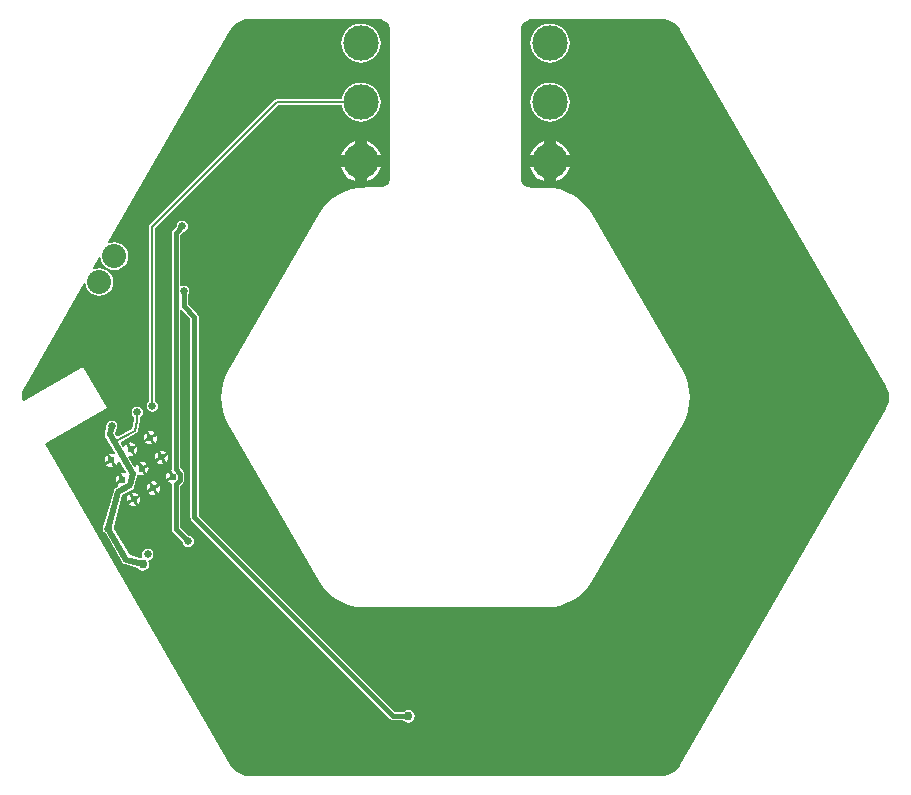
<source format=gbl>
G04*
G04 #@! TF.GenerationSoftware,Altium Limited,CircuitStudio,1.5.2 (30)*
G04*
G04 Layer_Physical_Order=2*
G04 Layer_Color=16737996*
%FSLAX24Y24*%
%MOIN*%
G70*
G01*
G75*
%ADD30C,0.0080*%
%ADD31C,0.0150*%
%ADD33C,0.0200*%
%ADD35C,0.1181*%
%ADD36C,0.0240*%
%ADD37C,0.0803*%
%ADD38C,0.0250*%
%ADD39C,0.0300*%
G36*
X382590Y355914D02*
X382731Y355871D01*
X382861Y355801D01*
X382975Y355708D01*
X383068Y355594D01*
X383091Y355551D01*
X383092Y355551D01*
X389945Y343682D01*
X389944Y343681D01*
X389944Y343681D01*
X389944Y343681D01*
X389991Y343594D01*
X390033Y343454D01*
X390048Y343307D01*
X390033Y343161D01*
X389991Y343020D01*
X389944Y342933D01*
X389944Y342933D01*
X389944Y342933D01*
X389945Y342932D01*
X383092Y331063D01*
X383091Y331063D01*
X383068Y331020D01*
X382975Y330906D01*
X382861Y330813D01*
X382731Y330743D01*
X382590Y330701D01*
X382452Y330687D01*
X382444Y330689D01*
X368737D01*
X368729Y330687D01*
X368591Y330701D01*
X368450Y330743D01*
X368320Y330813D01*
X368206Y330906D01*
X368113Y331020D01*
X368090Y331063D01*
X368089Y331063D01*
X361925Y341741D01*
X361937Y341789D01*
X363970Y342962D01*
X363182Y344326D01*
X361196Y343179D01*
X361143Y343207D01*
X361133Y343307D01*
X361148Y343454D01*
X361190Y343594D01*
X361214Y343639D01*
X361237Y343681D01*
X361237Y343681D01*
X361237D01*
X361237Y343681D01*
X361237Y343681D01*
X361260Y343722D01*
X363215Y347109D01*
X363267Y347099D01*
X363275Y347035D01*
X363322Y346923D01*
X363396Y346826D01*
X363492Y346752D01*
X363605Y346706D01*
X363725Y346690D01*
X363846Y346706D01*
X363958Y346752D01*
X364054Y346826D01*
X364128Y346923D01*
X364175Y347035D01*
X364191Y347155D01*
X364175Y347276D01*
X364128Y347388D01*
X364054Y347485D01*
X363958Y347559D01*
X363846Y347605D01*
X363725Y347621D01*
X363605Y347605D01*
X363545Y347581D01*
X363510Y347620D01*
X363715Y347975D01*
X363767Y347965D01*
X363775Y347901D01*
X363822Y347789D01*
X363896Y347692D01*
X363992Y347618D01*
X364105Y347572D01*
X364225Y347556D01*
X364346Y347572D01*
X364458Y347618D01*
X364554Y347692D01*
X364628Y347789D01*
X364675Y347901D01*
X364691Y348021D01*
X364675Y348142D01*
X364628Y348254D01*
X364554Y348351D01*
X364458Y348425D01*
X364346Y348471D01*
X364225Y348487D01*
X364105Y348471D01*
X364045Y348447D01*
X364010Y348486D01*
X368089Y355551D01*
X368090Y355551D01*
X368113Y355594D01*
X368206Y355708D01*
X368320Y355801D01*
X368450Y355871D01*
X368591Y355914D01*
X368729Y355927D01*
X368737Y355925D01*
X373002D01*
X373010Y355927D01*
X373110Y355914D01*
X373210Y355872D01*
X373296Y355806D01*
X373362Y355720D01*
X373404Y355620D01*
X373416Y355527D01*
X373413Y355512D01*
Y350631D01*
X373416Y350618D01*
X373406Y350547D01*
X373374Y350468D01*
X373322Y350401D01*
X373255Y350349D01*
X373176Y350317D01*
X373140Y350312D01*
X373139Y350312D01*
X373136Y350311D01*
X373090Y350307D01*
X373090D01*
X373042Y350307D01*
X372562D01*
X372541Y350303D01*
X372333Y350290D01*
X372108Y350245D01*
X371891Y350171D01*
X371686Y350070D01*
X371495Y349943D01*
X371323Y349792D01*
X371172Y349619D01*
X371046Y349430D01*
X371045Y349429D01*
X368016Y344183D01*
X368015Y344181D01*
X367915Y343977D01*
X367841Y343760D01*
X367796Y343536D01*
X367781Y343307D01*
X367796Y343078D01*
X367841Y342854D01*
X367915Y342637D01*
X368015Y342433D01*
X368016Y342431D01*
X371045Y337185D01*
X371046Y337184D01*
X371172Y336995D01*
X371323Y336823D01*
X371495Y336671D01*
X371686Y336544D01*
X371891Y336443D01*
X372108Y336369D01*
X372333Y336324D01*
X372560Y336310D01*
X372562Y336309D01*
X378619D01*
X378621Y336310D01*
X378848Y336324D01*
X379073Y336369D01*
X379290Y336443D01*
X379495Y336544D01*
X379686Y336671D01*
X379858Y336823D01*
X380009Y336995D01*
X380135Y337184D01*
X380136Y337185D01*
X383165Y342431D01*
X383166Y342433D01*
X383266Y342637D01*
X383340Y342854D01*
X383385Y343078D01*
X383400Y343307D01*
X383385Y343536D01*
X383340Y343760D01*
X383266Y343977D01*
X383166Y344181D01*
X383165Y344183D01*
X380136Y349429D01*
X380135Y349430D01*
X380009Y349619D01*
X379858Y349792D01*
X379686Y349943D01*
X379495Y350070D01*
X379290Y350171D01*
X379073Y350245D01*
X378848Y350290D01*
X378621Y350305D01*
X378619Y350305D01*
X378101D01*
X378089Y350307D01*
Y350307D01*
X378087Y350306D01*
X378005Y350317D01*
X377926Y350349D01*
X377859Y350401D01*
X377807Y350468D01*
X377775Y350547D01*
X377765Y350618D01*
X377768Y350631D01*
Y355512D01*
X377765Y355527D01*
X377777Y355620D01*
X377819Y355720D01*
X377885Y355806D01*
X377971Y355872D01*
X378071Y355914D01*
X378171Y355927D01*
X378179Y355925D01*
X382444D01*
X382452Y355927D01*
X382590Y355914D01*
D02*
G37*
%LPC*%
G36*
X364099Y341145D02*
X363957Y341063D01*
X363981Y341035D01*
X364059Y340996D01*
X364146Y340991D01*
X364181Y341002D01*
X364099Y341145D01*
D02*
G37*
G36*
X365112Y341161D02*
X365078Y341149D01*
X365160Y341007D01*
X365302Y341089D01*
X365278Y341117D01*
X365200Y341155D01*
X365112Y341161D01*
D02*
G37*
G36*
X366016Y340825D02*
X365988Y340801D01*
X365950Y340722D01*
X365944Y340635D01*
X365956Y340600D01*
X366098Y340682D01*
X366016Y340825D01*
D02*
G37*
G36*
X365352Y341002D02*
X365210Y340920D01*
X365292Y340778D01*
X365320Y340802D01*
X365358Y340881D01*
X365364Y340968D01*
X365352Y341002D01*
D02*
G37*
G36*
X365773Y341245D02*
X365631Y341163D01*
X365655Y341136D01*
X365733Y341097D01*
X365821Y341091D01*
X365855Y341103D01*
X365773Y341245D01*
D02*
G37*
G36*
X365641Y341474D02*
X365613Y341450D01*
X365575Y341372D01*
X365569Y341284D01*
X365581Y341250D01*
X365723Y341332D01*
X365641Y341474D01*
D02*
G37*
G36*
X365762Y341536D02*
X365727Y341524D01*
X365810Y341382D01*
X365952Y341464D01*
X365928Y341492D01*
X365849Y341530D01*
X365762Y341536D01*
D02*
G37*
G36*
X363967Y341374D02*
X363939Y341350D01*
X363901Y341271D01*
X363895Y341184D01*
X363907Y341149D01*
X364049Y341231D01*
X363967Y341374D01*
D02*
G37*
G36*
X366002Y341377D02*
X365860Y341295D01*
X365942Y341153D01*
X365969Y341177D01*
X366008Y341256D01*
X366014Y341343D01*
X366002Y341377D01*
D02*
G37*
G36*
X364342Y340724D02*
X364314Y340700D01*
X364276Y340622D01*
X364270Y340534D01*
X364282Y340500D01*
X364424Y340582D01*
X364342Y340724D01*
D02*
G37*
G36*
X365078Y339978D02*
X364935Y339896D01*
X365018Y339753D01*
X365045Y339778D01*
X365084Y339856D01*
X365090Y339943D01*
X365078Y339978D01*
D02*
G37*
G36*
X364717Y340075D02*
X364689Y340051D01*
X364651Y339972D01*
X364645Y339885D01*
X364657Y339850D01*
X364799Y339932D01*
X364717Y340075D01*
D02*
G37*
G36*
X366491Y349196D02*
X366418Y349181D01*
X366357Y349140D01*
X366316Y349079D01*
X366303Y349015D01*
X366178Y348889D01*
X366148Y348845D01*
X366138Y348792D01*
Y346025D01*
X366138Y346025D01*
Y345790D01*
X366138Y345789D01*
Y340936D01*
X366137Y340886D01*
X366102Y340875D01*
X366210Y340689D01*
X366166Y340664D01*
X366191Y340621D01*
X366006Y340514D01*
X366030Y340486D01*
X366108Y340447D01*
X366111Y340447D01*
X366138Y340413D01*
Y338922D01*
X366148Y338870D01*
X366178Y338825D01*
X366503Y338500D01*
X366516Y338435D01*
X366557Y338374D01*
X366618Y338333D01*
X366691Y338318D01*
X366763Y338333D01*
X366824Y338374D01*
X366865Y338435D01*
X366879Y338507D01*
X366865Y338579D01*
X366824Y338640D01*
X366763Y338681D01*
X366698Y338694D01*
X366413Y338979D01*
Y340356D01*
X366519Y340461D01*
X366548Y340506D01*
X366559Y340558D01*
X366559Y340558D01*
Y340770D01*
X366559Y340770D01*
X366548Y340822D01*
X366519Y340867D01*
X366413Y340973D01*
Y345788D01*
X366413Y345789D01*
Y346025D01*
X366413Y346026D01*
Y346216D01*
X366463Y346237D01*
X366753Y345947D01*
Y339307D01*
X366763Y339254D01*
X366793Y339210D01*
X373423Y332580D01*
X373468Y332550D01*
X373520Y332540D01*
X373855D01*
X373864Y332526D01*
X373934Y332479D01*
X374016Y332463D01*
X374098Y332479D01*
X374167Y332526D01*
X374214Y332595D01*
X374230Y332677D01*
X374214Y332759D01*
X374167Y332829D01*
X374098Y332875D01*
X374016Y332891D01*
X373934Y332875D01*
X373864Y332829D01*
X373855Y332815D01*
X373577D01*
X367028Y339364D01*
Y346004D01*
X367028Y346004D01*
X367018Y346057D01*
X366988Y346101D01*
X366988Y346101D01*
X366673Y346416D01*
Y346723D01*
X366710Y346778D01*
X366724Y346850D01*
X366710Y346923D01*
X366669Y346984D01*
X366608Y347025D01*
X366535Y347039D01*
X366463Y347025D01*
X366457Y347021D01*
X366413Y347044D01*
Y348735D01*
X366498Y348820D01*
X366563Y348833D01*
X366624Y348874D01*
X366665Y348935D01*
X366679Y349007D01*
X366665Y349079D01*
X366624Y349140D01*
X366563Y349181D01*
X366491Y349196D01*
D02*
G37*
G36*
X364849Y339846D02*
X364707Y339764D01*
X364731Y339736D01*
X364809Y339697D01*
X364897Y339692D01*
X364931Y339703D01*
X364849Y339846D01*
D02*
G37*
G36*
X364838Y340136D02*
X364803Y340125D01*
X364885Y339982D01*
X365028Y340065D01*
X365004Y340092D01*
X364925Y340131D01*
X364838Y340136D01*
D02*
G37*
G36*
X365366Y340450D02*
X365339Y340426D01*
X365300Y340347D01*
X365294Y340260D01*
X365306Y340225D01*
X365448Y340307D01*
X365366Y340450D01*
D02*
G37*
G36*
X365487Y340511D02*
X365453Y340500D01*
X365535Y340357D01*
X365677Y340440D01*
X365653Y340467D01*
X365575Y340506D01*
X365487Y340511D01*
D02*
G37*
G36*
X365498Y340221D02*
X365356Y340139D01*
X365380Y340111D01*
X365459Y340072D01*
X365546Y340067D01*
X365581Y340078D01*
X365498Y340221D01*
D02*
G37*
G36*
X365727Y340353D02*
X365585Y340271D01*
X365667Y340128D01*
X365695Y340153D01*
X365733Y340231D01*
X365739Y340318D01*
X365727Y340353D01*
D02*
G37*
G36*
X372638Y351843D02*
Y351378D01*
X373103D01*
X373082Y351447D01*
X373018Y351567D01*
X372932Y351672D01*
X372826Y351758D01*
X372706Y351822D01*
X372638Y351843D01*
D02*
G37*
G36*
X378543Y351843D02*
X378475Y351822D01*
X378355Y351758D01*
X378250Y351672D01*
X378163Y351567D01*
X378099Y351447D01*
X378078Y351378D01*
X378543D01*
Y351843D01*
D02*
G37*
G36*
X373103Y350984D02*
X372638D01*
Y350519D01*
X372706Y350540D01*
X372826Y350604D01*
X372932Y350690D01*
X373018Y350796D01*
X373082Y350916D01*
X373103Y350984D01*
D02*
G37*
G36*
X372244Y351843D02*
X372175Y351822D01*
X372055Y351758D01*
X371950Y351672D01*
X371864Y351567D01*
X371800Y351447D01*
X371779Y351378D01*
X372244D01*
Y351843D01*
D02*
G37*
G36*
X378937Y351843D02*
Y351378D01*
X379402D01*
X379381Y351447D01*
X379317Y351567D01*
X379231Y351672D01*
X379126Y351758D01*
X379006Y351822D01*
X378937Y351843D01*
D02*
G37*
G36*
X372441Y355772D02*
X372313Y355759D01*
X372191Y355722D01*
X372078Y355662D01*
X371979Y355580D01*
X371897Y355481D01*
X371837Y355368D01*
X371800Y355246D01*
X371787Y355118D01*
X371800Y354991D01*
X371837Y354868D01*
X371897Y354755D01*
X371979Y354656D01*
X372078Y354575D01*
X372191Y354514D01*
X372313Y354477D01*
X372441Y354464D01*
X372568Y354477D01*
X372691Y354514D01*
X372804Y354575D01*
X372903Y354656D01*
X372984Y354755D01*
X373045Y354868D01*
X373082Y354991D01*
X373095Y355118D01*
X373082Y355246D01*
X373045Y355368D01*
X372984Y355481D01*
X372903Y355580D01*
X372804Y355662D01*
X372691Y355722D01*
X372568Y355759D01*
X372441Y355772D01*
D02*
G37*
G36*
X378740D02*
X378613Y355759D01*
X378490Y355722D01*
X378377Y355662D01*
X378278Y355580D01*
X378197Y355481D01*
X378136Y355368D01*
X378099Y355246D01*
X378086Y355118D01*
X378099Y354991D01*
X378136Y354868D01*
X378197Y354755D01*
X378278Y354656D01*
X378377Y354575D01*
X378490Y354514D01*
X378613Y354477D01*
X378740Y354464D01*
X378868Y354477D01*
X378990Y354514D01*
X379103Y354575D01*
X379202Y354656D01*
X379284Y354755D01*
X379344Y354868D01*
X379381Y354991D01*
X379394Y355118D01*
X379381Y355246D01*
X379344Y355368D01*
X379284Y355481D01*
X379202Y355580D01*
X379103Y355662D01*
X378990Y355722D01*
X378868Y355759D01*
X378740Y355772D01*
D02*
G37*
G36*
X372441Y353803D02*
X372313Y353791D01*
X372191Y353754D01*
X372078Y353693D01*
X371979Y353612D01*
X371897Y353513D01*
X371837Y353400D01*
X371800Y353277D01*
X371797Y353252D01*
X369633D01*
X369594Y353244D01*
X369561Y353222D01*
X365415Y349076D01*
X365393Y349043D01*
X365386Y349004D01*
Y343171D01*
X365354Y343150D01*
X365313Y343089D01*
X365299Y343017D01*
X365313Y342945D01*
X365354Y342883D01*
X365415Y342842D01*
X365488Y342828D01*
X365560Y342842D01*
X365621Y342883D01*
X365662Y342945D01*
X365676Y343017D01*
X365662Y343089D01*
X365621Y343150D01*
X365590Y343171D01*
Y348962D01*
X369675Y353048D01*
X371797D01*
X371800Y353022D01*
X371837Y352899D01*
X371897Y352786D01*
X371979Y352687D01*
X372078Y352606D01*
X372191Y352546D01*
X372313Y352508D01*
X372441Y352496D01*
X372568Y352508D01*
X372691Y352546D01*
X372804Y352606D01*
X372903Y352687D01*
X372984Y352786D01*
X373045Y352899D01*
X373082Y353022D01*
X373095Y353150D01*
X373082Y353277D01*
X373045Y353400D01*
X372984Y353513D01*
X372903Y353612D01*
X372804Y353693D01*
X372691Y353754D01*
X372568Y353791D01*
X372441Y353803D01*
D02*
G37*
G36*
X378740D02*
X378613Y353791D01*
X378490Y353754D01*
X378377Y353693D01*
X378278Y353612D01*
X378197Y353513D01*
X378136Y353400D01*
X378099Y353277D01*
X378086Y353150D01*
X378099Y353022D01*
X378136Y352899D01*
X378197Y352786D01*
X378278Y352687D01*
X378377Y352606D01*
X378490Y352546D01*
X378613Y352508D01*
X378740Y352496D01*
X378868Y352508D01*
X378990Y352546D01*
X379103Y352606D01*
X379202Y352687D01*
X379284Y352786D01*
X379344Y352899D01*
X379381Y353022D01*
X379394Y353150D01*
X379381Y353277D01*
X379344Y353400D01*
X379284Y353513D01*
X379202Y353612D01*
X379103Y353693D01*
X378990Y353754D01*
X378868Y353791D01*
X378740Y353803D01*
D02*
G37*
G36*
X379402Y350984D02*
X378937D01*
Y350519D01*
X379006Y350540D01*
X379126Y350604D01*
X379231Y350690D01*
X379317Y350796D01*
X379381Y350916D01*
X379402Y350984D01*
D02*
G37*
G36*
X365398Y341895D02*
X365256Y341813D01*
X365280Y341785D01*
X365358Y341746D01*
X365446Y341741D01*
X365480Y341752D01*
X365398Y341895D01*
D02*
G37*
G36*
X365627Y342027D02*
X365485Y341945D01*
X365567Y341802D01*
X365594Y341827D01*
X365633Y341905D01*
X365639Y341992D01*
X365627Y342027D01*
D02*
G37*
G36*
X364977Y341652D02*
X364835Y341570D01*
X364917Y341427D01*
X364945Y341452D01*
X364983Y341530D01*
X364989Y341617D01*
X364977Y341652D01*
D02*
G37*
G36*
X364737Y341810D02*
X364703Y341799D01*
X364785Y341656D01*
X364927Y341739D01*
X364903Y341766D01*
X364825Y341805D01*
X364737Y341810D01*
D02*
G37*
G36*
X365266Y342124D02*
X365238Y342100D01*
X365200Y342021D01*
X365194Y341934D01*
X365206Y341899D01*
X365348Y341981D01*
X365266Y342124D01*
D02*
G37*
G36*
X372244Y350984D02*
X371779D01*
X371800Y350916D01*
X371864Y350796D01*
X371950Y350690D01*
X372055Y350604D01*
X372175Y350540D01*
X372244Y350519D01*
Y350984D01*
D02*
G37*
G36*
X378543Y350984D02*
X378078D01*
X378099Y350916D01*
X378163Y350796D01*
X378250Y350690D01*
X378355Y350604D01*
X378475Y350540D01*
X378543Y350519D01*
Y350984D01*
D02*
G37*
G36*
X364991Y342996D02*
X364918Y342981D01*
X364857Y342940D01*
X364816Y342879D01*
X364802Y342807D01*
X364816Y342735D01*
X364857Y342674D01*
X364889Y342653D01*
Y342549D01*
X364814Y342269D01*
X364307Y341977D01*
X364236Y342100D01*
X364267Y342217D01*
X364267Y342217D01*
X364308Y342278D01*
X364323Y342351D01*
X364308Y342423D01*
X364267Y342484D01*
X364206Y342525D01*
X364134Y342539D01*
X364062Y342525D01*
X364001Y342484D01*
X363960Y342423D01*
X363945Y342351D01*
X363954Y342308D01*
X363903Y342120D01*
X363903Y342120D01*
X363899Y342056D01*
X363919Y341996D01*
X363919Y341996D01*
X364229Y341459D01*
X364194Y341421D01*
X364175Y341430D01*
X364088Y341436D01*
X364053Y341424D01*
X364160Y341238D01*
X364268Y341052D01*
X364295Y341077D01*
X364334Y341155D01*
X364335Y341176D01*
X364386Y341187D01*
X364604Y340809D01*
X364569Y340771D01*
X364550Y340780D01*
X364463Y340786D01*
X364428Y340774D01*
X364536Y340589D01*
X364492Y340564D01*
X364517Y340520D01*
X364332Y340413D01*
X364343Y340400D01*
X364341Y340341D01*
X364270Y340301D01*
X364270Y340301D01*
X364223Y340259D01*
X364194Y340202D01*
X363892Y339073D01*
X363892Y339073D01*
X363851Y339011D01*
X363836Y338939D01*
X363851Y338867D01*
X363892Y338806D01*
X363927Y338782D01*
X364484Y337818D01*
X364484Y337818D01*
X364521Y337776D01*
X364526Y337771D01*
X364526Y337771D01*
X364555Y337756D01*
X364583Y337742D01*
X364583D01*
X365001Y337630D01*
X365020Y337602D01*
X365089Y337556D01*
X365171Y337539D01*
X365253Y337556D01*
X365323Y337602D01*
X365369Y337672D01*
X365386Y337753D01*
X365369Y337835D01*
X365359Y337851D01*
X365378Y337897D01*
X365403Y337902D01*
X365465Y337943D01*
X365506Y338005D01*
X365520Y338077D01*
X365506Y338149D01*
X365465Y338210D01*
X365403Y338251D01*
X365331Y338265D01*
X365259Y338251D01*
X365198Y338210D01*
X365157Y338149D01*
X365143Y338077D01*
X365155Y338015D01*
X365147Y337989D01*
X365127Y337959D01*
X365089Y337951D01*
X365082Y337946D01*
X364733Y338040D01*
X364214Y338939D01*
X364214Y338939D01*
X364205Y338981D01*
X364492Y340052D01*
X364814Y340238D01*
X364862Y340280D01*
X364890Y340337D01*
Y340337D01*
X364988Y340702D01*
X364988Y340702D01*
X364989Y340713D01*
X365041Y340743D01*
X365084Y340722D01*
X365171Y340716D01*
X365206Y340728D01*
X365098Y340914D01*
X364991Y341099D01*
X364964Y341075D01*
X364928Y341002D01*
X364878Y340988D01*
X364678Y341335D01*
X364715Y341371D01*
X364796Y341366D01*
X364831Y341377D01*
X364723Y341563D01*
X364616Y341749D01*
X364589Y341725D01*
X364553Y341651D01*
X364503Y341637D01*
X364427Y341770D01*
X364440Y341818D01*
X364952Y342114D01*
X364982Y342140D01*
X365000Y342176D01*
X365089Y342510D01*
X365090Y342523D01*
X365093Y342536D01*
Y342653D01*
X365124Y342674D01*
X365165Y342735D01*
X365179Y342807D01*
X365165Y342879D01*
X365124Y342940D01*
X365063Y342981D01*
X364991Y342996D01*
D02*
G37*
G36*
X365387Y342186D02*
X365352Y342174D01*
X365435Y342031D01*
X365577Y342114D01*
X365553Y342141D01*
X365474Y342180D01*
X365387Y342186D01*
D02*
G37*
%LPD*%
D30*
X364901Y342202D02*
X364991Y342536D01*
Y342807D01*
X364217Y341807D02*
X364901Y342202D01*
X369633Y353150D02*
X372441D01*
X365488Y349004D02*
X369633Y353150D01*
X365488Y343017D02*
Y349004D01*
D31*
X366275Y348792D02*
X366491Y349007D01*
X366275Y346025D02*
Y348792D01*
Y346025D02*
X366276Y346025D01*
Y345789D02*
Y346025D01*
X366275Y345789D02*
X366276Y345789D01*
X366275Y340916D02*
Y345789D01*
Y340916D02*
X366421Y340770D01*
Y340558D02*
Y340770D01*
X366275Y340413D02*
X366421Y340558D01*
X366275Y338922D02*
Y340413D01*
Y338922D02*
X366691Y338507D01*
X366535Y346359D02*
X366891Y346004D01*
Y339307D02*
Y346004D01*
Y339307D02*
X373520Y332677D01*
X374016D01*
X366535Y346359D02*
Y346850D01*
D33*
X364352Y340159D02*
X364733Y340379D01*
X364061Y342077D02*
X364830Y340744D01*
X364733Y340379D02*
X364830Y340744D01*
X364025Y338939D02*
X364352Y340159D01*
X364061Y342077D02*
X364134Y342351D01*
X364625Y337900D02*
X365171Y337753D01*
X364025Y338939D02*
X364625Y337900D01*
D35*
X372441Y353150D02*
D03*
X378740D02*
D03*
Y351181D02*
D03*
X372441D02*
D03*
X378740Y355118D02*
D03*
X372441D02*
D03*
D36*
X365142Y340939D02*
D03*
X364492Y340564D02*
D03*
X364767Y341588D02*
D03*
X365791Y341314D02*
D03*
X365517Y340289D02*
D03*
X364867Y339914D02*
D03*
X366166Y340664D02*
D03*
X365416Y341963D02*
D03*
X364117Y341213D02*
D03*
D37*
X363725Y347155D02*
D03*
X364225Y348021D02*
D03*
D38*
X362452Y341264D02*
D03*
X362702Y340831D02*
D03*
X362202Y341697D02*
D03*
X364791Y338307D02*
D03*
X374191Y334107D02*
D03*
X377965Y333835D02*
D03*
X361791Y344107D02*
D03*
X363991Y344307D02*
D03*
X366991Y336307D02*
D03*
X366591Y336907D02*
D03*
X365991Y335307D02*
D03*
X364991Y342807D02*
D03*
X366491Y349007D02*
D03*
X366691Y338507D02*
D03*
X366535Y346850D02*
D03*
X365488Y343017D02*
D03*
X364134Y342351D02*
D03*
X365961Y338787D02*
D03*
X365331Y338077D02*
D03*
X364025Y338939D02*
D03*
X363045Y341837D02*
D03*
X363068Y342197D02*
D03*
X363501Y342447D02*
D03*
X363934Y342697D02*
D03*
X364367Y342947D02*
D03*
X364117Y343380D02*
D03*
X363867Y343813D02*
D03*
X363617Y344246D02*
D03*
X363367Y344679D02*
D03*
X362934Y344429D02*
D03*
X362501Y344179D02*
D03*
X362068Y343929D02*
D03*
X361635Y343679D02*
D03*
D39*
X374016Y332677D02*
D03*
X365171Y337753D02*
D03*
X382791Y350307D02*
D03*
X384191Y346507D02*
D03*
X365991Y345907D02*
D03*
X368391Y349307D02*
D03*
M02*

</source>
